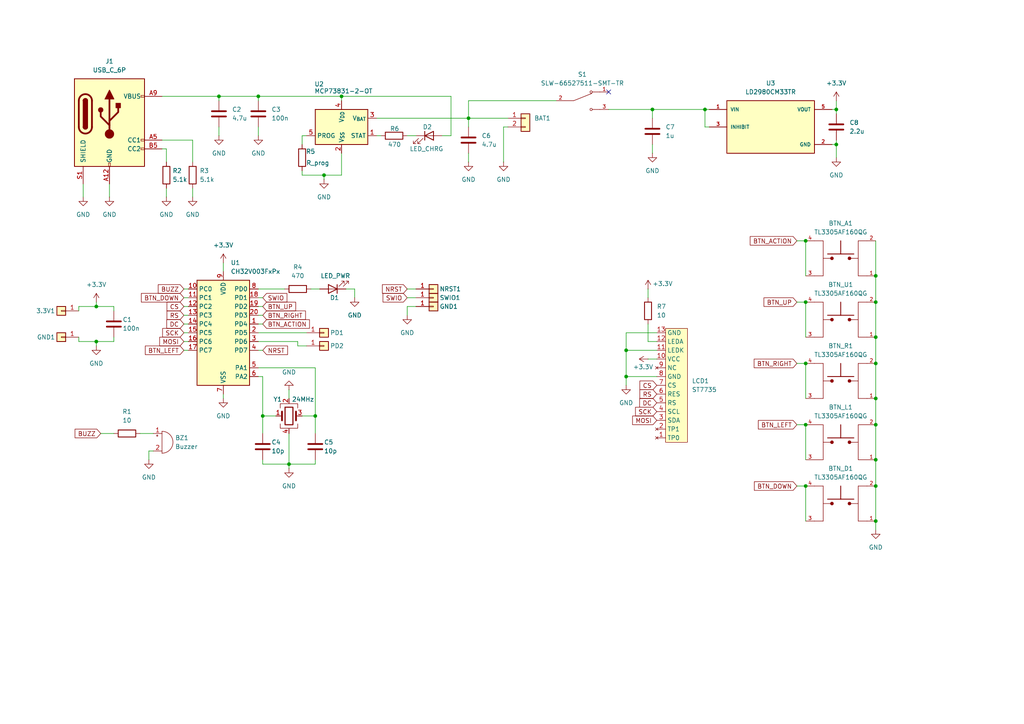
<source format=kicad_sch>
(kicad_sch (version 20250114) (generator "eeschema") (generator_version "9.0")
  (paper "A4")
  (lib_symbols
    (symbol "Battery_Management:MCP73831-2-OT"
      (property "Reference" "U" (at -7.62 6.35 0))
      (property "Value" "MCP73831-2-OT" (at 1.27 6.35 0))
      (symbol "MCP73831-2-OT_0_1"
        (rectangle (start -7.62 5.08) (end 7.62 -5.08) (stroke (width 0.254)) (fill (type background)))
      )
      (symbol "MCP73831-2-OT_1_1"
        (pin input line (at -10.16 -2.54 0) (length 2.54) (name "PROG") (number "5"))
        (pin power_in line (at 0 7.62 270) (length 2.54) (name "V_{DD}") (number "4"))
        (pin power_in line (at 0 -7.62 90) (length 2.54) (name "V_{SS}") (number "2"))
        (pin power_out line (at 10.16 2.54 180) (length 2.54) (name "V_{BAT}") (number "3"))
        (pin tri_state line (at 10.16 -2.54 180) (length 2.54) (name "STAT") (number "1"))
      )
    )
    (symbol "Connector:USB_C_Receptacle_PowerOnly_6P" (pin_names (offset 1.016))
      (property "Reference" "J" (at 0 16.51 0))
      (property "Value" "USB_C_Receptacle_PowerOnly_6P" (at 0 13.97 0))
      (symbol "USB_C_Receptacle_PowerOnly_6P_0_0"
        (rectangle (start -0.254 -12.7) (end 0.254 -11.684))
        (rectangle (start 10.16 7.874) (end 9.144 7.366))
        (rectangle (start 10.16 -4.826) (end 9.144 -5.334))
        (rectangle (start 10.16 -7.366) (end 9.144 -7.874))
      )
      (symbol "USB_C_Receptacle_PowerOnly_6P_0_1"
        (rectangle (start -10.16 12.7) (end 10.16 -12.7) (stroke (width 0.254)) (fill (type background)))
        (polyline (pts (xy -8.89 -1.27) (xy -8.89 6.35)) (stroke (width 0.508)))
        (rectangle (start -7.62 -1.27) (end -6.35 6.35) (stroke (width 0.254)) (fill (type outline)))
        (arc (start -7.62 6.35) (mid -6.985 6.9823) (end -6.35 6.35) (stroke (width 0.254)))
        (arc (start -7.62 6.35) (mid -6.985 6.9823) (end -6.35 6.35) (stroke (width 0.254)) (fill (type outline)))
        (arc (start -8.89 6.35) (mid -6.985 8.2467) (end -5.08 6.35) (stroke (width 0.508)))
        (arc (start -5.08 -1.27) (mid -6.985 -3.1667) (end -8.89 -1.27) (stroke (width 0.508)))
        (arc (start -6.35 -1.27) (mid -6.985 -1.9023) (end -7.62 -1.27) (stroke (width 0.254)))
        (arc (start -6.35 -1.27) (mid -6.985 -1.9023) (end -7.62 -1.27) (stroke (width 0.254)) (fill (type outline)))
        (polyline (pts (xy -5.08 6.35) (xy -5.08 -1.27)) (stroke (width 0.508)))
        (circle (center -2.54 3.683) (radius 0.635) (stroke (width 0.254)) (fill (type outline)))
        (polyline (pts (xy -1.27 6.858) (xy 0 9.398) (xy 1.27 6.858) (xy -1.27 6.858)) (stroke (width 0.254)) (fill (type outline)))
        (polyline (pts (xy 0 0.508) (xy 2.54 3.048) (xy 2.54 4.318)) (stroke (width 0.508)))
        (polyline (pts (xy 0 -0.762) (xy -2.54 1.778) (xy -2.54 3.048)) (stroke (width 0.508)))
        (polyline (pts (xy 0 -3.302) (xy 0 6.858)) (stroke (width 0.508)))
        (circle (center 0 -3.302) (radius 1.27) (fill (type outline)))
        (rectangle (start 1.905 4.318) (end 3.175 5.588) (stroke (width 0.254)) (fill (type outline)))
      )
      (symbol "USB_C_Receptacle_PowerOnly_6P_1_1"
        (pin passive line (at -7.62 -17.78 90) (length 5.08) (name "SHIELD") (number "S1"))
        (pin passive line (at 0 -17.78 90) (length 5.08) (name "GND") (number "A12"))
        (pin passive line (at 0 -17.78 90) (length 5.08) (hide yes) (name "GND") (number "B12"))
        (pin passive line (at 15.24 7.62 180) (length 5.08) (name "VBUS") (number "A9"))
        (pin passive line (at 15.24 7.62 180) (length 5.08) (hide yes) (name "VBUS") (number "B9"))
        (pin bidirectional line (at 15.24 -5.08 180) (length 5.08) (name "CC1") (number "A5"))
        (pin bidirectional line (at 15.24 -7.62 180) (length 5.08) (name "CC2") (number "B5"))
      )
    )
    (symbol "Connector_Generic:Conn_01x01" (pin_names (offset 1.016) (hide yes))
      (property "Reference" "J" (at 0 2.54 0))
      (property "Value" "Conn_01x01" (at 0 -2.54 0))
      (symbol "Conn_01x01_1_1"
        (rectangle (start -1.27 1.27) (end 1.27 -1.27) (stroke (width 0.254)) (fill (type background)))
        (rectangle (start -1.27 0.127) (end 0 -0.127) (stroke (width 0.1524)))
        (pin passive line (at -5.08 0 0) (length 3.81) (name "Pin_1") (number "1"))
      )
    )
    (symbol "Connector_Generic:Conn_01x02" (pin_names (offset 1.016) (hide yes))
      (property "Reference" "J" (at 0 2.54 0))
      (property "Value" "Conn_01x02" (at 0 -5.08 0))
      (symbol "Conn_01x02_1_1"
        (rectangle (start -1.27 1.27) (end 1.27 -3.81) (stroke (width 0.254)) (fill (type background)))
        (rectangle (start -1.27 0.127) (end 0 -0.127) (stroke (width 0.1524)))
        (rectangle (start -1.27 -2.413) (end 0 -2.667) (stroke (width 0.1524)))
        (pin passive line (at -5.08 0 0) (length 3.81) (name "Pin_1") (number "1"))
        (pin passive line (at -5.08 -2.54 0) (length 3.81) (name "Pin_2") (number "2"))
      )
    )
    (symbol "Device:Buzzer" (pin_names (offset 0.0254) (hide yes))
      (property "Reference" "BZ" (at 3.81 1.27 0))
      (property "Value" "Buzzer" (at 3.81 -1.27 0))
      (symbol "Buzzer_0_1"
        (polyline (pts (xy -1.651 1.905) (xy -1.143 1.905)))
        (polyline (pts (xy -1.397 2.159) (xy -1.397 1.651)))
        (arc (start 0 3.175) (mid 3.1612 0) (end 0 -3.175))
        (polyline (pts (xy 0 3.175) (xy 0 -3.175)))
      )
      (symbol "Buzzer_1_1"
        (pin passive line (at -2.54 2.54 0) (length 2.54) (name "+") (number "1"))
        (pin passive line (at -2.54 -2.54 0) (length 2.54) (name "-") (number "2"))
      )
    )
    (symbol "Device:C" (pin_numbers (hide yes)) (pin_names (offset 0.254))
      (property "Reference" "C" (at 0.635 2.54 0))
      (property "Value" "C" (at 0.635 -2.54 0))
      (symbol "C_0_1"
        (polyline (pts (xy -2.032 0.762) (xy 2.032 0.762)) (stroke (width 0.508)))
        (polyline (pts (xy -2.032 -0.762) (xy 2.032 -0.762)) (stroke (width 0.508)))
      )
      (symbol "C_1_1"
        (pin passive line (at 0 3.81 270) (length 2.794) (name "~") (number "1"))
        (pin passive line (at 0 -3.81 90) (length 2.794) (name "~") (number "2"))
      )
    )
    (symbol "Device:Crystal_GND24" (pin_names (offset 1.016) (hide yes))
      (property "Reference" "Y" (at 3.175 5.08 0))
      (property "Value" "Crystal_GND24" (at 3.175 3.175 0))
      (symbol "Crystal_GND24_0_1"
        (polyline (pts (xy -2.54 2.286) (xy -2.54 3.556) (xy 2.54 3.556) (xy 2.54 2.286)))
        (polyline (pts (xy -2.54 0) (xy -2.032 0)))
        (polyline (pts (xy -2.54 -2.286) (xy -2.54 -3.556) (xy 2.54 -3.556) (xy 2.54 -2.286)))
        (polyline (pts (xy -2.032 -1.27) (xy -2.032 1.27)) (stroke (width 0.508)))
        (rectangle (start -1.143 2.54) (end 1.143 -2.54) (stroke (width 0.3048)))
        (polyline (pts (xy 0 3.556) (xy 0 3.81)))
        (polyline (pts (xy 0 -3.81) (xy 0 -3.556)))
        (polyline (pts (xy 2.032 0) (xy 2.54 0)))
        (polyline (pts (xy 2.032 -1.27) (xy 2.032 1.27)) (stroke (width 0.508)))
      )
      (symbol "Crystal_GND24_1_1"
        (pin passive line (at -3.81 0 0) (length 1.27) (name "1") (number "1"))
        (pin passive line (at 0 5.08 270) (length 1.27) (name "2") (number "2"))
        (pin passive line (at 0 -5.08 90) (length 1.27) (name "4") (number "4"))
        (pin passive line (at 3.81 0 180) (length 1.27) (name "3") (number "3"))
      )
    )
    (symbol "Device:LED" (pin_numbers (hide yes)) (pin_names (offset 1.016) (hide yes))
      (property "Reference" "D" (at 0 2.54 0))
      (property "Value" "LED" (at 0 -2.54 0))
      (symbol "LED_0_1"
        (polyline (pts (xy -3.048 -0.762) (xy -4.572 -2.286) (xy -3.81 -2.286) (xy -4.572 -2.286) (xy -4.572 -1.524)))
        (polyline (pts (xy -1.778 -0.762) (xy -3.302 -2.286) (xy -2.54 -2.286) (xy -3.302 -2.286) (xy -3.302 -1.524)))
        (polyline (pts (xy -1.27 0) (xy 1.27 0)))
        (polyline (pts (xy -1.27 -1.27) (xy -1.27 1.27)) (stroke (width 0.254)))
        (polyline (pts (xy 1.27 -1.27) (xy 1.27 1.27) (xy -1.27 0) (xy 1.27 -1.27)) (stroke (width 0.254)))
      )
      (symbol "LED_1_1"
        (pin passive line (at -3.81 0 0) (length 2.54) (name "K") (number "1"))
        (pin passive line (at 3.81 0 180) (length 2.54) (name "A") (number "2"))
      )
    )
    (symbol "Device:R" (pin_numbers (hide yes)) (pin_names (offset 0))
      (property "Reference" "R" (at 2.032 0 90))
      (property "Value" "R" (at 0 0 90))
      (symbol "R_0_1"
        (rectangle (start -1.016 -2.54) (end 1.016 2.54) (stroke (width 0.254)))
      )
      (symbol "R_1_1"
        (pin passive line (at 0 3.81 270) (length 1.27) (name "~") (number "1"))
        (pin passive line (at 0 -3.81 90) (length 1.27) (name "~") (number "2"))
      )
    )
    (symbol "LD2980CM33TR:LD2980CM33TR" (pin_names (offset 1.016))
      (property "Reference" "U" (at -12.446 8.382 0))
      (property "Value" "LD2980CM33TR" (at -12.7 -10.16 0))
      (symbol "LD2980CM33TR_0_0"
        (rectangle (start -12.7 -7.62) (end 12.7 7.62) (stroke (width 0.254)) (fill (type background)))
        (pin input line (at -17.78 5.08 0) (length 5.08) (name "VIN") (number "1"))
        (pin input line (at -17.78 0 0) (length 5.08) (name "INHIBIT") (number "3"))
        (pin output line (at 17.78 5.08 180) (length 5.08) (name "VOUT") (number "5"))
        (pin power_in line (at 17.78 -5.08 180) (length 5.08) (name "GND") (number "2"))
      )
    )
    (symbol "MCU_WCH_RiscV:CH32V003FxPx"
      (property "Reference" "U" (at -7.62 17.78 0))
      (property "Value" "CH32V003FxPx" (at 7.62 17.78 0))
      (symbol "CH32V003FxPx_1_1"
        (rectangle (start -7.62 15.24) (end 7.62 -15.24) (stroke (width 0.254)) (fill (type background)))
        (pin bidirectional line (at -10.16 12.7 0) (length 2.54) (name "PC0") (number "10"))
        (pin bidirectional line (at -10.16 10.16 0) (length 2.54) (name "PC1") (number "11"))
        (pin bidirectional line (at -10.16 7.62 0) (length 2.54) (name "PC2") (number "12"))
        (pin bidirectional line (at -10.16 5.08 0) (length 2.54) (name "PC3") (number "13"))
        (pin bidirectional line (at -10.16 2.54 0) (length 2.54) (name "PC4") (number "14"))
        (pin bidirectional line (at -10.16 0 0) (length 2.54) (name "PC5") (number "15"))
        (pin bidirectional line (at -10.16 -2.54 0) (length 2.54) (name "PC6") (number "16"))
        (pin bidirectional line (at -10.16 -5.08 0) (length 2.54) (name "PC7") (number "17"))
        (pin power_in line (at 0 17.78 270) (length 2.54) (name "VDD") (number "9"))
        (pin power_in line (at 0 -17.78 90) (length 2.54) (name "VSS") (number "7"))
        (pin bidirectional line (at 10.16 12.7 180) (length 2.54) (name "PD0") (number "8"))
        (pin bidirectional line (at 10.16 10.16 180) (length 2.54) (name "PD1") (number "18"))
        (pin bidirectional line (at 10.16 7.62 180) (length 2.54) (name "PD2") (number "19"))
        (pin bidirectional line (at 10.16 5.08 180) (length 2.54) (name "PD3") (number "20"))
        (pin bidirectional line (at 10.16 2.54 180) (length 2.54) (name "PD4") (number "1"))
        (pin bidirectional line (at 10.16 0 180) (length 2.54) (name "PD5") (number "2"))
        (pin bidirectional line (at 10.16 -2.54 180) (length 2.54) (name "PD6") (number "3"))
        (pin bidirectional line (at 10.16 -5.08 180) (length 2.54) (name "PD7") (number "4"))
        (pin bidirectional line (at 10.16 -10.16 180) (length 2.54) (name "PA1") (number "5"))
        (pin bidirectional line (at 10.16 -12.7 180) (length 2.54) (name "PA2") (number "6"))
      )
    )
    (symbol "SLW-66527511-SMT-TR:SLW-66527511-SMT-TR" (pin_names (offset 1.016))
      (property "Reference" "S" (at -2.54 5.08 0))
      (property "Value" "SLW-66527511-SMT-TR" (at -2.54 -5.08 0))
      (symbol "SLW-66527511-SMT-TR_0_0"
        (polyline (pts (xy -2.54 0) (xy -5.08 0)) (stroke (width 0.1524)))
        (polyline (pts (xy -2.54 0) (xy 2.794 2.1336)) (stroke (width 0.1524)))
        (circle (center 2.54 2.54) (radius 0.3302) (stroke (width 0.1524)))
        (circle (center 2.54 -2.54) (radius 0.3302) (stroke (width 0.1524)))
        (polyline (pts (xy 5.08 2.54) (xy 2.921 2.54)) (stroke (width 0.1524)))
        (polyline (pts (xy 5.08 -2.54) (xy 2.921 -2.54)) (stroke (width 0.1524)))
        (pin passive line (at -7.62 0 0) (length 2.54) (name "~") (number "2"))
        (pin passive line (at 7.62 2.54 180) (length 2.54) (name "~") (number "1"))
        (pin passive line (at 7.62 -2.54 180) (length 2.54) (name "~") (number "3"))
      )
    )
    (symbol "TL3305AF160QG:TL3305AF160QG" (pin_names (offset 1.016))
      (property "Reference" "S" (at -5.08 8.89 0))
      (property "Value" "TL3305AF160QG" (at -5.08 -7.62 0))
      (symbol "TL3305AF160QG_0_0"
        (polyline (pts (xy -7.62 5.08) (xy -5.08 5.08)) (stroke (width 0.1524)))
        (polyline (pts (xy -7.62 -5.08) (xy -5.08 -5.08)) (stroke (width 0.1524)))
        (polyline (pts (xy -5.08 5.08) (xy -5.08 0)) (stroke (width 0.1524)))
        (polyline (pts (xy -5.08 0) (xy -2.54 0)) (stroke (width 0.1524)))
        (polyline (pts (xy -5.08 -5.08) (xy -5.08 0)) (stroke (width 0.1524)))
        (polyline (pts (xy -3.81 1.27) (xy 0 1.27)) (stroke (width 0.254)))
        (circle (center -2.54 0) (radius 0.254) (stroke (width 0.508)))
        (polyline (pts (xy 0 1.27) (xy 0 5.08)) (stroke (width 0.254)))
        (polyline (pts (xy 0 1.27) (xy 3.81 1.27)) (stroke (width 0.254)))
        (circle (center 2.54 0) (radius 0.254) (stroke (width 0.508)))
        (polyline (pts (xy 5.08 5.08) (xy 7.62 5.08)) (stroke (width 0.1524)))
        (polyline (pts (xy 5.08 0) (xy 2.54 0)) (stroke (width 0.1524)))
        (polyline (pts (xy 5.08 0) (xy 5.08 5.08)) (stroke (width 0.1524)))
        (polyline (pts (xy 5.08 -5.08) (xy 5.08 0)) (stroke (width 0.1524)))
        (polyline (pts (xy 7.62 -5.08) (xy 5.08 -5.08)) (stroke (width 0.1524)))
        (pin passive line (at -10.16 5.08 0) (length 2.54) (name "~") (number "4"))
        (pin passive line (at -10.16 -5.08 0) (length 2.54) (name "~") (number "3"))
        (pin passive line (at 10.16 5.08 180) (length 2.54) (name "~") (number "2"))
        (pin passive line (at 10.16 -5.08 180) (length 2.54) (name "~") (number "1"))
      )
    )
    (symbol "power:+3.3V" (power) (pin_numbers (hide yes)) (pin_names (offset 0) (hide yes))
      (property "Value" "+3.3V" (at 0 3.556 0))
      (symbol "+3.3V_0_1"
        (polyline (pts (xy -0.762 1.27) (xy 0 2.54)))
        (polyline (pts (xy 0 2.54) (xy 0.762 1.27)))
        (polyline (pts (xy 0 0) (xy 0 2.54)))
      )
      (symbol "+3.3V_1_1"
        (pin power_in line (at 0 0 90) (length 0) (name "~") (number "1"))
      )
    )
    (symbol "power:GND" (power) (pin_numbers (hide yes)) (pin_names (offset 0) (hide yes))
      (property "Value" "GND" (at 0 -3.81 0))
      (symbol "GND_0_1"
        (polyline (pts (xy 0 0) (xy 0 -1.27) (xy 1.27 -1.27) (xy 0 -2.54) (xy -1.27 -1.27) (xy 0 -1.27)))
      )
      (symbol "GND_1_1"
        (pin power_in line (at 0 0 270) (length 0) (name "~") (number "1"))
      )
    )
    (symbol "st7735:st7735"
      (property "Reference" "LCD" (at 5.334 -6.604 0))
      (symbol "st7735_1_1"
        (rectangle (start 2.54 -8.89) (end 8.89 -41.91) (fill (type background)))
        (pin power_in line (at 0 -10.16 0) (length 2.54) (name "GND") (number "13"))
        (pin input line (at 0 -12.7 0) (length 2.54) (name "LEDA") (number "12"))
        (pin input line (at 0 -15.24 0) (length 2.54) (name "LEDK") (number "11"))
        (pin power_in line (at 0 -17.78 0) (length 2.54) (name "VCC") (number "10"))
        (pin no_connect line (at 0 -20.32 0) (length 2.54) (name "NC") (number "9"))
        (pin input line (at 0 -22.86 0) (length 2.54) (name "GND") (number "8"))
        (pin input line (at 0 -25.4 0) (length 2.54) (name "CS") (number "7"))
        (pin input line (at 0 -27.94 0) (length 2.54) (name "RES") (number "6"))
        (pin input line (at 0 -30.48 0) (length 2.54) (name "RS") (number "5"))
        (pin input line (at 0 -33.02 0) (length 2.54) (name "SCL") (number "4"))
        (pin input line (at 0 -35.56 0) (length 2.54) (name "SDA") (number "3"))
        (pin no_connect line (at 0 -38.1 0) (length 2.54) (name "TP1") (number "2"))
        (pin no_connect line (at 0 -40.64 0) (length 2.54) (name "TP0") (number "1"))
      )
    )
  )
  (junction (at 254 87.63))
  (junction (at 27.94 99.06))
  (junction (at 254 123.19))
  (junction (at 91.44 120.65))
  (junction (at 76.2 120.65))
  (junction (at 189.23 31.75))
  (junction (at 99.06 27.94))
  (junction (at 254 140.97))
  (junction (at 83.82 134.62))
  (junction (at 181.61 109.22))
  (junction (at 233.68 123.19))
  (junction (at 204.47 31.75))
  (junction (at 181.61 101.6))
  (junction (at 233.68 140.97))
  (junction (at 254 151.13))
  (junction (at 93.98 50.8))
  (junction (at 74.93 27.94))
  (junction (at 254 133.35))
  (junction (at 254 97.79))
  (junction (at 233.68 69.85))
  (junction (at 135.89 34.29))
  (junction (at 242.57 31.75))
  (junction (at 233.68 87.63))
  (junction (at 254 105.41))
  (junction (at 233.68 105.41))
  (junction (at 254 115.57))
  (junction (at 254 80.01))
  (junction (at 242.57 41.91))
  (junction (at 63.5 27.94))
  (junction (at 27.94 88.9))
  (no_connect (at 176.53 26.67))
  (wire (pts (xy 181.61 101.6) (xy 181.61 96.52)))
  (wire (pts (xy 74.93 27.94) (xy 99.06 27.94)))
  (wire (pts (xy 189.23 34.29) (xy 189.23 31.75)))
  (wire (pts (xy 44.45 130.81) (xy 43.18 130.81)))
  (wire (pts (xy 53.34 96.52) (xy 54.61 96.52)))
  (wire (pts (xy 242.57 31.75) (xy 242.57 33.02)))
  (wire (pts (xy 99.06 27.94) (xy 99.06 29.21)))
  (wire (pts (xy 27.94 100.33) (xy 27.94 99.06)))
  (wire (pts (xy 83.82 113.03) (xy 83.82 115.57)))
  (wire (pts (xy 93.98 50.8) (xy 99.06 50.8)))
  (wire (pts (xy 242.57 29.21) (xy 242.57 31.75)))
  (wire (pts (xy 48.26 43.18) (xy 48.26 46.99)))
  (wire (pts (xy 187.96 99.06) (xy 187.96 93.98)))
  (wire (pts (xy 74.93 36.83) (xy 74.93 39.37)))
  (wire (pts (xy 76.2 109.22) (xy 76.2 120.65)))
  (wire (pts (xy 53.34 83.82) (xy 54.61 83.82)))
  (wire (pts (xy 254 69.85) (xy 254 80.01)))
  (wire (pts (xy 91.44 106.68) (xy 91.44 120.65)))
  (wire (pts (xy 118.11 91.44) (xy 118.11 88.9)))
  (wire (pts (xy 118.11 86.36) (xy 120.65 86.36)))
  (wire (pts (xy 76.2 88.9) (xy 74.93 88.9)))
  (wire (pts (xy 231.14 87.63) (xy 233.68 87.63)))
  (wire (pts (xy 118.11 39.37) (xy 120.65 39.37)))
  (wire (pts (xy 242.57 40.64) (xy 242.57 41.91)))
  (wire (pts (xy 231.14 123.19) (xy 233.68 123.19)))
  (wire (pts (xy 74.93 86.36) (xy 76.2 86.36)))
  (wire (pts (xy 118.11 83.82) (xy 120.65 83.82)))
  (wire (pts (xy 27.94 88.9) (xy 27.94 87.63)))
  (wire (pts (xy 254 133.35) (xy 254 140.97)))
  (wire (pts (xy 83.82 125.73) (xy 83.82 134.62)))
  (wire (pts (xy 189.23 44.45) (xy 189.23 41.91)))
  (wire (pts (xy 64.77 114.3) (xy 64.77 115.57)))
  (wire (pts (xy 187.96 104.14) (xy 190.5 104.14)))
  (wire (pts (xy 254 123.19) (xy 254 133.35)))
  (wire (pts (xy 74.93 27.94) (xy 74.93 29.21)))
  (wire (pts (xy 135.89 44.45) (xy 135.89 46.99)))
  (wire (pts (xy 233.68 123.19) (xy 233.68 133.35)))
  (wire (pts (xy 181.61 109.22) (xy 190.5 109.22)))
  (wire (pts (xy 204.47 31.75) (xy 189.23 31.75)))
  (wire (pts (xy 76.2 93.98) (xy 74.93 93.98)))
  (wire (pts (xy 76.2 133.35) (xy 76.2 134.62)))
  (wire (pts (xy 63.5 27.94) (xy 74.93 27.94)))
  (wire (pts (xy 205.74 31.75) (xy 204.47 31.75)))
  (wire (pts (xy 55.88 54.61) (xy 55.88 57.15)))
  (wire (pts (xy 242.57 41.91) (xy 242.57 45.72)))
  (wire (pts (xy 90.17 83.82) (xy 92.71 83.82)))
  (wire (pts (xy 231.14 69.85) (xy 233.68 69.85)))
  (wire (pts (xy 254 115.57) (xy 254 123.19)))
  (wire (pts (xy 48.26 54.61) (xy 48.26 57.15)))
  (wire (pts (xy 83.82 134.62) (xy 91.44 134.62)))
  (wire (pts (xy 74.93 96.52) (xy 88.9 96.52)))
  (wire (pts (xy 53.34 99.06) (xy 54.61 99.06)))
  (wire (pts (xy 33.02 88.9) (xy 33.02 90.17)))
  (wire (pts (xy 109.22 34.29) (xy 135.89 34.29)))
  (wire (pts (xy 22.86 88.9) (xy 27.94 88.9)))
  (wire (pts (xy 74.93 109.22) (xy 76.2 109.22)))
  (wire (pts (xy 254 151.13) (xy 254 153.67)))
  (wire (pts (xy 233.68 69.85) (xy 233.68 80.01)))
  (wire (pts (xy 87.63 41.91) (xy 87.63 39.37)))
  (wire (pts (xy 254 105.41) (xy 254 115.57)))
  (wire (pts (xy 53.34 93.98) (xy 54.61 93.98)))
  (wire (pts (xy 204.47 36.83) (xy 204.47 31.75)))
  (wire (pts (xy 135.89 29.21) (xy 161.29 29.21)))
  (wire (pts (xy 135.89 34.29) (xy 135.89 36.83)))
  (wire (pts (xy 87.63 50.8) (xy 87.63 49.53)))
  (wire (pts (xy 63.5 36.83) (xy 63.5 39.37)))
  (wire (pts (xy 231.14 105.41) (xy 233.68 105.41)))
  (wire (pts (xy 22.86 90.17) (xy 22.86 88.9)))
  (wire (pts (xy 31.75 53.34) (xy 31.75 57.15)))
  (wire (pts (xy 187.96 83.82) (xy 187.96 86.36)))
  (wire (pts (xy 46.99 40.64) (xy 55.88 40.64)))
  (wire (pts (xy 27.94 88.9) (xy 33.02 88.9)))
  (wire (pts (xy 24.13 53.34) (xy 24.13 57.15)))
  (wire (pts (xy 181.61 109.22) (xy 181.61 101.6)))
  (wire (pts (xy 189.23 31.75) (xy 176.53 31.75)))
  (wire (pts (xy 53.34 88.9) (xy 54.61 88.9)))
  (wire (pts (xy 46.99 43.18) (xy 48.26 43.18)))
  (wire (pts (xy 53.34 91.44) (xy 54.61 91.44)))
  (wire (pts (xy 74.93 101.6) (xy 76.2 101.6)))
  (wire (pts (xy 100.33 83.82) (xy 102.87 83.82)))
  (wire (pts (xy 102.87 83.82) (xy 102.87 86.36)))
  (wire (pts (xy 233.68 140.97) (xy 233.68 151.13)))
  (wire (pts (xy 33.02 99.06) (xy 33.02 97.79)))
  (wire (pts (xy 93.98 50.8) (xy 87.63 50.8)))
  (wire (pts (xy 135.89 34.29) (xy 135.89 29.21)))
  (wire (pts (xy 29.21 125.73) (xy 33.02 125.73)))
  (wire (pts (xy 74.93 106.68) (xy 91.44 106.68)))
  (wire (pts (xy 74.93 99.06) (xy 86.36 99.06)))
  (wire (pts (xy 241.3 41.91) (xy 242.57 41.91)))
  (wire (pts (xy 93.98 50.8) (xy 93.98 52.07)))
  (wire (pts (xy 55.88 40.64) (xy 55.88 46.99)))
  (wire (pts (xy 83.82 134.62) (xy 83.82 135.89)))
  (wire (pts (xy 46.99 27.94) (xy 63.5 27.94)))
  (wire (pts (xy 146.05 46.99) (xy 146.05 36.83)))
  (wire (pts (xy 87.63 120.65) (xy 91.44 120.65)))
  (wire (pts (xy 181.61 96.52) (xy 190.5 96.52)))
  (wire (pts (xy 233.68 87.63) (xy 233.68 97.79)))
  (wire (pts (xy 91.44 133.35) (xy 91.44 134.62)))
  (wire (pts (xy 233.68 105.41) (xy 233.68 115.57)))
  (wire (pts (xy 86.36 99.06) (xy 86.36 100.33)))
  (wire (pts (xy 74.93 83.82) (xy 82.55 83.82)))
  (wire (pts (xy 254 140.97) (xy 254 151.13)))
  (wire (pts (xy 135.89 34.29) (xy 147.32 34.29)))
  (wire (pts (xy 99.06 44.45) (xy 99.06 50.8)))
  (wire (pts (xy 254 80.01) (xy 254 87.63)))
  (wire (pts (xy 99.06 27.94) (xy 130.81 27.94)))
  (wire (pts (xy 53.34 101.6) (xy 54.61 101.6)))
  (wire (pts (xy 76.2 120.65) (xy 76.2 125.73)))
  (wire (pts (xy 27.94 99.06) (xy 22.86 99.06)))
  (wire (pts (xy 118.11 88.9) (xy 120.65 88.9)))
  (wire (pts (xy 63.5 27.94) (xy 63.5 29.21)))
  (wire (pts (xy 109.22 39.37) (xy 110.49 39.37)))
  (wire (pts (xy 130.81 39.37) (xy 128.27 39.37)))
  (wire (pts (xy 76.2 91.44) (xy 74.93 91.44)))
  (wire (pts (xy 241.3 31.75) (xy 242.57 31.75)))
  (wire (pts (xy 190.5 99.06) (xy 187.96 99.06)))
  (wire (pts (xy 254 87.63) (xy 254 97.79)))
  (wire (pts (xy 231.14 140.97) (xy 233.68 140.97)))
  (wire (pts (xy 254 97.79) (xy 254 105.41)))
  (wire (pts (xy 86.36 100.33) (xy 88.9 100.33)))
  (wire (pts (xy 87.63 39.37) (xy 88.9 39.37)))
  (wire (pts (xy 43.18 130.81) (xy 43.18 133.35)))
  (wire (pts (xy 181.61 101.6) (xy 190.5 101.6)))
  (wire (pts (xy 130.81 27.94) (xy 130.81 39.37)))
  (wire (pts (xy 76.2 120.65) (xy 80.01 120.65)))
  (wire (pts (xy 91.44 120.65) (xy 91.44 125.73)))
  (wire (pts (xy 22.86 97.79) (xy 22.86 99.06)))
  (wire (pts (xy 205.74 36.83) (xy 204.47 36.83)))
  (wire (pts (xy 64.77 76.2) (xy 64.77 78.74)))
  (wire (pts (xy 146.05 36.83) (xy 147.32 36.83)))
  (wire (pts (xy 53.34 86.36) (xy 54.61 86.36)))
  (wire (pts (xy 27.94 99.06) (xy 33.02 99.06)))
  (wire (pts (xy 76.2 134.62) (xy 83.82 134.62)))
  (wire (pts (xy 181.61 111.76) (xy 181.61 109.22)))
  (wire (pts (xy 40.64 125.73) (xy 44.45 125.73)))
  (global_label "CS" (shape input) (at 53.34 88.9 180) (property "Intersheetrefs" "${INTERSHEET_REFS}" (effects (hide yes))))
  (global_label "BTN_LEFT" (shape input) (at 231.14 123.19 180) (property "Intersheetrefs" "${INTERSHEET_REFS}" (effects (hide yes))))
  (global_label "NRST" (shape input) (at 118.11 83.82 180) (property "Intersheetrefs" "${INTERSHEET_REFS}" (effects (hide yes))))
  (global_label "CS" (shape input) (at 190.5 111.76 180) (property "Intersheetrefs" "${INTERSHEET_REFS}" (effects (hide yes))))
  (global_label "BTN_UP" (shape input) (at 231.14 87.63 180) (property "Intersheetrefs" "${INTERSHEET_REFS}" (effects (hide yes))))
  (global_label "BTN_LEFT" (shape input) (at 53.34 101.6 180) (property "Intersheetrefs" "${INTERSHEET_REFS}" (effects (hide yes))))
  (global_label "DC" (shape input) (at 53.34 93.98 180) (property "Intersheetrefs" "${INTERSHEET_REFS}" (effects (hide yes))))
  (global_label "RS" (shape input) (at 190.5 114.3 180) (property "Intersheetrefs" "${INTERSHEET_REFS}" (effects (hide yes))))
  (global_label "BTN_RIGHT" (shape input) (at 231.14 105.41 180) (property "Intersheetrefs" "${INTERSHEET_REFS}" (effects (hide yes))))
  (global_label "BTN_DOWN" (shape input) (at 53.34 86.36 180) (property "Intersheetrefs" "${INTERSHEET_REFS}" (effects (hide yes))))
  (global_label "BTN_ACTION" (shape input) (at 231.14 69.85 180) (property "Intersheetrefs" "${INTERSHEET_REFS}" (effects (hide yes))))
  (global_label "BTN_UP" (shape input) (at 76.2 88.9 0) (property "Intersheetrefs" "${INTERSHEET_REFS}" (effects (hide yes))))
  (global_label "BUZZ" (shape input) (at 53.34 83.82 180) (property "Intersheetrefs" "${INTERSHEET_REFS}" (effects (hide yes))))
  (global_label "BTN_RIGHT" (shape input) (at 76.2 91.44 0) (property "Intersheetrefs" "${INTERSHEET_REFS}" (effects (hide yes))))
  (global_label "MOSI" (shape input) (at 190.5 121.92 180) (property "Intersheetrefs" "${INTERSHEET_REFS}" (effects (hide yes))))
  (global_label "NRST" (shape input) (at 76.2 101.6 0) (property "Intersheetrefs" "${INTERSHEET_REFS}" (effects (hide yes))))
  (global_label "MOSI" (shape input) (at 53.34 99.06 180) (property "Intersheetrefs" "${INTERSHEET_REFS}" (effects (hide yes))))
  (global_label "RS" (shape input) (at 53.34 91.44 180) (property "Intersheetrefs" "${INTERSHEET_REFS}" (effects (hide yes))))
  (global_label "SWIO" (shape input) (at 76.2 86.36 0) (property "Intersheetrefs" "${INTERSHEET_REFS}" (effects (hide yes))))
  (global_label "SCK" (shape input) (at 53.34 96.52 180) (property "Intersheetrefs" "${INTERSHEET_REFS}" (effects (hide yes))))
  (global_label "BTN_ACTION" (shape input) (at 76.2 93.98 0) (property "Intersheetrefs" "${INTERSHEET_REFS}" (effects (hide yes))))
  (global_label "BUZZ" (shape input) (at 29.21 125.73 180) (property "Intersheetrefs" "${INTERSHEET_REFS}" (effects (hide yes))))
  (global_label "SCK" (shape input) (at 190.5 119.38 180) (property "Intersheetrefs" "${INTERSHEET_REFS}" (effects (hide yes))))
  (global_label "DC" (shape input) (at 190.5 116.84 180) (property "Intersheetrefs" "${INTERSHEET_REFS}" (effects (hide yes))))
  (global_label "BTN_DOWN" (shape input) (at 231.14 140.97 180) (property "Intersheetrefs" "${INTERSHEET_REFS}" (effects (hide yes))))
  (global_label "SWIO" (shape input) (at 118.11 86.36 180) (property "Intersheetrefs" "${INTERSHEET_REFS}" (effects (hide yes))))
  (symbol (lib_id "Connector_Generic:Conn_01x01") (at 17.78 90.17 180) (unit 1)
    (property "Reference" "3.3V1" (at 16.002 90.17 0) (effects (justify left)))
    (property "Value" "Conn_01x01" (effects (hide yes)))
    (property "Footprint" "TestPoint:TestPoint_Pad_1.0x1.0mm" (effects (hide yes)))
    (property "Description" "Generic connector, single row, 01x01, script generated (kicad-library-utils/schlib/autogen/connector/)" (effects (hide yes)))
  )
  (symbol (lib_id "power:GND") (at 31.75 57.15 0) (unit 1)
    (property "Reference" "#PWR04" (effects (hide yes)))
    (property "Value" "GND" (at 31.75 62.23 0))
    (property "Description" "Power symbol creates a global label with name \"GND\" , ground" (effects (hide yes)))
  )
  (symbol (lib_id "Device:R") (at 187.96 90.17 0) (unit 1)
    (property "Reference" "R7" (at 190.5 88.8999 0) (effects (justify left)))
    (property "Value" "10" (at 190.5 91.4399 0) (effects (justify left)))
    (property "Footprint" "Resistor_SMD:R_0603_1608Metric" (effects (hide yes)))
    (property "Description" "Resistor" (effects (hide yes)))
  )
  (symbol (lib_id "Connector:USB_C_Receptacle_PowerOnly_6P") (at 31.75 35.56 0) (unit 1)
    (property "Reference" "J1" (at 31.75 17.78 0))
    (property "Value" "USB_C_6P" (at 31.75 20.32 0))
    (property "Footprint" "Connector_USB:USB_C_Receptacle_GCT_USB4125-xx-x-0190_6P_TopMnt_Horizontal" (effects (hide yes)))
    (property "Datasheet" "https://www.usb.org/sites/default/files/documents/usb_type-c.zip" (effects (hide yes)))
    (property "Description" "USB Power-Only 6P Type-C Receptacle connector" (effects (hide yes)))
  )
  (symbol (lib_id "TL3305AF160QG:TL3305AF160QG") (at 243.84 92.71 0) (unit 1)
    (property "Reference" "BTN_U1" (at 243.84 82.55 0))
    (property "Value" "TL3305AF160QG" (at 243.84 85.09 0))
    (property "Footprint" "footprints:SW_TL3305AF160QG" (effects (hide yes)))
    (property "MF" "E-Switch" (effects (hide yes)))
    (property "MAXIMUM_PACKAGE_HEIGHT" "3.8 mm" (effects (hide yes)))
    (property "Package" "None" (effects (hide yes)))
    (property "Price" "None" (effects (hide yes)))
    (property "Check_prices" "https://www.snapeda.com/parts/TL3305AF160QG/E-Switch/view-part/?ref=eda" (effects (hide yes)))
    (property "STANDARD" "Manufacturer Recommendations" (effects (hide yes)))
    (property "PARTREV" "C" (effects (hide yes)))
    (property "SnapEDA_Link" "https://www.snapeda.com/parts/TL3305AF160QG/E-Switch/view-part/?ref=snap" (effects (hide yes)))
    (property "MP" "TL3305AF160QG" (effects (hide yes)))
    (property "Description_1" "Tactile Switch SPST-NO Top Actuated Surface Mount" (effects (hide yes)))
    (property "MANUFACTURER" "E-Switch" (effects (hide yes)))
    (property "Availability" "In Stock" (effects (hide yes)))
    (property "SNAPEDA_PN" "TL3305AF160QG" (effects (hide yes)))
  )
  (symbol (lib_id "power:+3.3V") (at 242.57 29.21 0) (unit 1)
    (property "Reference" "#PWR023" (effects (hide yes)))
    (property "Value" "+3.3V" (at 242.57 24.13 0))
    (property "Description" "Power symbol creates a global label with name \"+3.3V\"" (effects (hide yes)))
  )
  (symbol (lib_id "power:GND") (at 254 153.67 0) (unit 1)
    (property "Reference" "#PWR025" (effects (hide yes)))
    (property "Value" "GND" (at 254 158.75 0))
    (property "Description" "Power symbol creates a global label with name \"GND\" , ground" (effects (hide yes)))
  )
  (symbol (lib_id "Device:C") (at 33.02 93.98 0) (unit 1)
    (property "Reference" "C1" (at 35.56 92.71 0) (effects (justify left)))
    (property "Value" "100n" (at 35.56 95.25 0) (effects (justify left)))
    (property "Footprint" "Capacitor_SMD:C_0603_1608Metric" (effects (hide yes)))
    (property "Description" "Unpolarized capacitor" (effects (hide yes)))
  )
  (symbol (lib_id "Device:LED") (at 96.52 83.82 180) (unit 1)
    (property "Reference" "D1" (at 97.028 86.36 0))
    (property "Value" "LED_PWR" (at 97.282 80.01 0))
    (property "Footprint" "LED_SMD:LED_0603_1608Metric_Pad1.05x0.95mm_HandSolder" (effects (hide yes)))
    (property "Description" "Light emitting diode" (effects (hide yes)))
    (property "Sim.Pins" "1=K 2=A" (effects (hide yes)))
  )
  (symbol (lib_id "power:GND") (at 93.98 52.07 0) (unit 1)
    (property "Reference" "#PWR014" (effects (hide yes)))
    (property "Value" "GND" (at 93.98 57.15 0))
    (property "Description" "Power symbol creates a global label with name \"GND\" , ground" (effects (hide yes)))
  )
  (symbol (lib_id "power:+3.3V") (at 27.94 87.63 0) (unit 1)
    (property "Reference" "#PWR02" (effects (hide yes)))
    (property "Value" "+3.3V" (at 27.94 82.55 0))
    (property "Description" "Power symbol creates a global label with name \"+3.3V\"" (effects (hide yes)))
  )
  (symbol (lib_id "LD2980CM33TR:LD2980CM33TR") (at 223.52 36.83 0) (unit 1)
    (property "Reference" "U3" (at 223.52 24.13 0))
    (property "Value" "LD2980CM33TR" (at 223.52 26.67 0))
    (property "Footprint" "footprints:SOT95P280X145-5N" (effects (hide yes)))
    (property "MF" "STMicroelectronics" (effects (hide yes)))
    (property "Description_1" "Linear Voltage Regulator IC Positive Fixed 1 Output  50mA SOT-23-5" (effects (hide yes)))
    (property "Package" "SOT-23-5 STMicroelectronics" (effects (hide yes)))
    (property "Price" "None" (effects (hide yes)))
    (property "STANDARD" "IPC-7351B" (effects (hide yes)))
    (property "PARTREV" "20" (effects (hide yes)))
    (property "SnapEDA_Link" "https://www.snapeda.com/parts/LD2980CM33TR/STMicroelectronics/view-part/?ref=snap" (effects (hide yes)))
    (property "MP" "LD2980CM33TR" (effects (hide yes)))
    (property "Availability" "In Stock" (effects (hide yes)))
    (property "Check_prices" "https://www.snapeda.com/parts/LD2980CM33TR/STMicroelectronics/view-part/?ref=eda" (effects (hide yes)))
  )
  (symbol (lib_id "Device:C") (at 91.44 129.54 0) (unit 1)
    (property "Reference" "C5" (at 93.98 128.27 0) (effects (justify left)))
    (property "Value" "10p" (at 93.98 130.81 0) (effects (justify left)))
    (property "Footprint" "Capacitor_SMD:C_0603_1608Metric" (effects (hide yes)))
    (property "Description" "Unpolarized capacitor" (effects (hide yes)))
  )
  (symbol (lib_id "st7735:st7735") (at 190.5 86.36 0) (unit 1)
    (property "Reference" "LCD1" (at 200.66 110.4899 0) (effects (justify left)))
    (property "Value" "ST7735" (at 200.66 113.0299 0) (effects (justify left)))
    (property "Footprint" "st7735:st7735_footprintv1" (effects (hide yes)))
  )
  (symbol (lib_id "TL3305AF160QG:TL3305AF160QG") (at 243.84 128.27 0) (unit 1)
    (property "Reference" "BTN_L1" (at 243.84 118.11 0))
    (property "Value" "TL3305AF160QG" (at 243.84 120.65 0))
    (property "Footprint" "footprints:SW_TL3305AF160QG" (effects (hide yes)))
    (property "MF" "E-Switch" (effects (hide yes)))
    (property "MAXIMUM_PACKAGE_HEIGHT" "3.8 mm" (effects (hide yes)))
    (property "Package" "None" (effects (hide yes)))
    (property "Price" "None" (effects (hide yes)))
    (property "Check_prices" "https://www.snapeda.com/parts/TL3305AF160QG/E-Switch/view-part/?ref=eda" (effects (hide yes)))
    (property "STANDARD" "Manufacturer Recommendations" (effects (hide yes)))
    (property "PARTREV" "C" (effects (hide yes)))
    (property "SnapEDA_Link" "https://www.snapeda.com/parts/TL3305AF160QG/E-Switch/view-part/?ref=snap" (effects (hide yes)))
    (property "MP" "TL3305AF160QG" (effects (hide yes)))
    (property "Description_1" "Tactile Switch SPST-NO Top Actuated Surface Mount" (effects (hide yes)))
    (property "MANUFACTURER" "E-Switch" (effects (hide yes)))
    (property "Availability" "In Stock" (effects (hide yes)))
    (property "SNAPEDA_PN" "TL3305AF160QG" (effects (hide yes)))
  )
  (symbol (lib_id "Connector_Generic:Conn_01x01") (at 93.98 100.33 0) (unit 1)
    (property "Reference" "PD2" (at 95.758 100.33 0) (effects (justify left)))
    (property "Value" "Conn_01x01" (effects (hide yes)))
    (property "Footprint" "TestPoint:TestPoint_Pad_1.0x1.0mm" (effects (hide yes)))
    (property "Description" "Generic connector, single row, 01x01, script generated (kicad-library-utils/schlib/autogen/connector/)" (effects (hide yes)))
  )
  (symbol (lib_id "Device:C") (at 74.93 33.02 0) (unit 1)
    (property "Reference" "C3" (at 78.74 31.7499 0) (effects (justify left)))
    (property "Value" "100n" (at 78.74 34.2899 0) (effects (justify left)))
    (property "Footprint" "Capacitor_SMD:C_0603_1608Metric" (effects (hide yes)))
    (property "Description" "Unpolarized capacitor" (effects (hide yes)))
  )
  (symbol (lib_id "Device:Buzzer") (at 46.99 128.27 0) (unit 1)
    (property "Reference" "BZ1" (at 50.8 126.9999 0) (effects (justify left)))
    (property "Value" "Buzzer" (at 50.8 129.5399 0) (effects (justify left)))
    (property "Footprint" "buzzer:buzz9mm" (effects (hide yes)))
    (property "Description" "Buzzer, polarized" (effects (hide yes)))
  )
  (symbol (lib_id "power:GND") (at 181.61 111.76 0) (unit 1)
    (property "Reference" "#PWR019" (effects (hide yes)))
    (property "Value" "GND" (at 181.61 116.84 0))
    (property "Description" "Power symbol creates a global label with name \"GND\" , ground" (effects (hide yes)))
  )
  (symbol (lib_id "power:GND") (at 24.13 57.15 0) (unit 1)
    (property "Reference" "#PWR01" (effects (hide yes)))
    (property "Value" "GND" (at 24.13 62.23 0))
    (property "Description" "Power symbol creates a global label with name \"GND\" , ground" (effects (hide yes)))
  )
  (symbol (lib_id "Device:Crystal_GND24") (at 83.82 120.65 0) (unit 1)
    (property "Reference" "Y1" (at 80.518 115.824 0))
    (property "Value" "24MHz" (at 87.884 115.824 0))
    (property "Footprint" "Crystal:Crystal_SMD_3225-4Pin_3.2x2.5mm" (effects (hide yes)))
    (property "Description" "Four pin crystal, GND on pins 2 and 4" (effects (hide yes)))
  )
  (symbol (lib_id "Connector_Generic:Conn_01x01") (at 125.73 86.36 0) (unit 1)
    (property "Reference" "SWIO1" (at 127.508 86.36 0) (effects (justify left)))
    (property "Value" "Conn_01x01" (effects (hide yes)))
    (property "Footprint" "TestPoint:TestPoint_Pad_1.0x1.0mm" (effects (hide yes)))
    (property "Description" "Generic connector, single row, 01x01, script generated (kicad-library-utils/schlib/autogen/connector/)" (effects (hide yes)))
  )
  (symbol (lib_id "SLW-66527511-SMT-TR:SLW-66527511-SMT-TR") (at 168.91 29.21 0) (unit 1)
    (property "Reference" "S1" (at 168.91 21.59 0))
    (property "Value" "SLW-66527511-SMT-TR" (at 168.91 24.13 0))
    (property "Footprint" "footprints:SW_SLW-66527511-SMT-TR" (effects (hide yes)))
    (property "PARTREV" "1.01" (effects (hide yes)))
    (property "STANDARD" "Manufacturer Recommendations" (effects (hide yes)))
    (property "MANUFACTURER" "Same Sky" (effects (hide yes)))
  )
  (symbol (lib_id "Device:C") (at 135.89 40.64 0) (unit 1)
    (property "Reference" "C6" (at 139.7 39.3699 0) (effects (justify left)))
    (property "Value" "4.7u" (at 139.7 41.9099 0) (effects (justify left)))
    (property "Footprint" "Capacitor_SMD:C_0603_1608Metric" (effects (hide yes)))
    (property "Description" "Unpolarized capacitor" (effects (hide yes)))
  )
  (symbol (lib_id "power:+3.3V") (at 187.96 104.14 90) (unit 1)
    (property "Reference" "#PWR021" (effects (hide yes)))
    (property "Value" "+3.3V" (at 189.484 106.426 90) (effects (justify left)))
    (property "Description" "Power symbol creates a global label with name \"+3.3V\"" (effects (hide yes)))
  )
  (symbol (lib_id "Device:R") (at 48.26 50.8 0) (unit 1)
    (property "Reference" "R2" (at 50.038 49.53 0) (effects (justify left)))
    (property "Value" "5.1k" (at 50.038 52.07 0) (effects (justify left)))
    (property "Footprint" "Resistor_SMD:R_0603_1608Metric" (effects (hide yes)))
    (property "Description" "Resistor" (effects (hide yes)))
  )
  (symbol (lib_id "Connector_Generic:Conn_01x02") (at 152.4 34.29 0) (unit 1)
    (property "Reference" "BAT1" (at 154.94 34.2899 0) (effects (justify left)))
    (property "Value" "BAT" (effects (hide yes)))
    (property "Footprint" "Connector_PinSocket_2.54mm:PinSocket_1x02_P2.54mm_Vertical" (effects (hide yes)))
    (property "Description" "Generic connector, single row, 01x02, script generated (kicad-library-utils/schlib/autogen/connector/)" (effects (hide yes)))
  )
  (symbol (lib_id "power:GND") (at 27.94 100.33 0) (unit 1)
    (property "Reference" "#PWR03" (effects (hide yes)))
    (property "Value" "GND" (at 27.94 105.41 0))
    (property "Description" "Power symbol creates a global label with name \"GND\" , ground" (effects (hide yes)))
  )
  (symbol (lib_id "TL3305AF160QG:TL3305AF160QG") (at 243.84 146.05 0) (unit 1)
    (property "Reference" "BTN_D1" (at 243.84 135.89 0))
    (property "Value" "TL3305AF160QG" (at 243.84 138.43 0))
    (property "Footprint" "footprints:SW_TL3305AF160QG" (effects (hide yes)))
    (property "MF" "E-Switch" (effects (hide yes)))
    (property "MAXIMUM_PACKAGE_HEIGHT" "3.8 mm" (effects (hide yes)))
    (property "Package" "None" (effects (hide yes)))
    (property "Price" "None" (effects (hide yes)))
    (property "Check_prices" "https://www.snapeda.com/parts/TL3305AF160QG/E-Switch/view-part/?ref=eda" (effects (hide yes)))
    (property "STANDARD" "Manufacturer Recommendations" (effects (hide yes)))
    (property "PARTREV" "C" (effects (hide yes)))
    (property "SnapEDA_Link" "https://www.snapeda.com/parts/TL3305AF160QG/E-Switch/view-part/?ref=snap" (effects (hide yes)))
    (property "MP" "TL3305AF160QG" (effects (hide yes)))
    (property "Description_1" "Tactile Switch SPST-NO Top Actuated Surface Mount" (effects (hide yes)))
    (property "MANUFACTURER" "E-Switch" (effects (hide yes)))
    (property "Availability" "In Stock" (effects (hide yes)))
    (property "SNAPEDA_PN" "TL3305AF160QG" (effects (hide yes)))
  )
  (symbol (lib_id "Battery_Management:MCP73831-2-OT") (at 99.06 36.83 0) (unit 1)
    (property "Reference" "U2" (at 91.186 24.384 0) (effects (justify left)))
    (property "Value" "MCP73831-2-OT" (at 91.186 26.416 0) (effects (justify left)))
    (property "Footprint" "Package_TO_SOT_SMD:SOT-23-5" (effects (hide yes)))
    (property "Datasheet" "http://ww1.microchip.com/downloads/en/DeviceDoc/20001984g.pdf" (effects (hide yes)))
    (property "Description" "Single cell, Li-Ion/Li-Po charge management controller, 4.20V, Tri-State Status Output, in SOT23-5 package" (effects (hide yes)))
  )
  (symbol (lib_id "Device:R") (at 87.63 45.72 180) (unit 1)
    (property "Reference" "R5" (at 91.44 43.942 0) (effects (justify left)))
    (property "Value" "R_prog" (at 95.504 47.244 0) (effects (justify left)))
    (property "Footprint" "Resistor_SMD:R_0603_1608Metric" (effects (hide yes)))
    (property "Description" "Resistor" (effects (hide yes)))
  )
  (symbol (lib_id "Connector_Generic:Conn_01x01") (at 93.98 96.52 0) (unit 1)
    (property "Reference" "PD1" (at 95.758 96.52 0) (effects (justify left)))
    (property "Value" "Conn_01x01" (effects (hide yes)))
    (property "Footprint" "TestPoint:TestPoint_Pad_1.0x1.0mm" (effects (hide yes)))
    (property "Description" "Generic connector, single row, 01x01, script generated (kicad-library-utils/schlib/autogen/connector/)" (effects (hide yes)))
  )
  (symbol (lib_id "power:GND") (at 189.23 44.45 0) (unit 1)
    (property "Reference" "#PWR022" (effects (hide yes)))
    (property "Value" "GND" (at 189.23 49.53 0))
    (property "Description" "Power symbol creates a global label with name \"GND\" , ground" (effects (hide yes)))
  )
  (symbol (lib_id "Device:LED") (at 124.46 39.37 0) (unit 1)
    (property "Reference" "D2" (at 123.952 36.83 0))
    (property "Value" "LED_CHRG" (at 123.698 43.18 0))
    (property "Footprint" "LED_SMD:LED_0603_1608Metric_Pad1.05x0.95mm_HandSolder" (effects (hide yes)))
    (property "Description" "Light emitting diode" (effects (hide yes)))
    (property "Sim.Pins" "1=K 2=A" (effects (hide yes)))
  )
  (symbol (lib_id "power:GND") (at 102.87 86.36 0) (unit 1)
    (property "Reference" "#PWR015" (effects (hide yes)))
    (property "Value" "GND" (at 102.87 91.44 0))
    (property "Description" "Power symbol creates a global label with name \"GND\" , ground" (effects (hide yes)))
  )
  (symbol (lib_id "TL3305AF160QG:TL3305AF160QG") (at 243.84 110.49 0) (unit 1)
    (property "Reference" "BTN_R1" (at 243.84 100.33 0))
    (property "Value" "TL3305AF160QG" (at 243.84 102.87 0))
    (property "Footprint" "footprints:SW_TL3305AF160QG" (effects (hide yes)))
    (property "MF" "E-Switch" (effects (hide yes)))
    (property "MAXIMUM_PACKAGE_HEIGHT" "3.8 mm" (effects (hide yes)))
    (property "Package" "None" (effects (hide yes)))
    (property "Price" "None" (effects (hide yes)))
    (property "Check_prices" "https://www.snapeda.com/parts/TL3305AF160QG/E-Switch/view-part/?ref=eda" (effects (hide yes)))
    (property "STANDARD" "Manufacturer Recommendations" (effects (hide yes)))
    (property "PARTREV" "C" (effects (hide yes)))
    (property "SnapEDA_Link" "https://www.snapeda.com/parts/TL3305AF160QG/E-Switch/view-part/?ref=snap" (effects (hide yes)))
    (property "MP" "TL3305AF160QG" (effects (hide yes)))
    (property "Description_1" "Tactile Switch SPST-NO Top Actuated Surface Mount" (effects (hide yes)))
    (property "MANUFACTURER" "E-Switch" (effects (hide yes)))
    (property "Availability" "In Stock" (effects (hide yes)))
    (property "SNAPEDA_PN" "TL3305AF160QG" (effects (hide yes)))
  )
  (symbol (lib_id "power:GND") (at 74.93 39.37 0) (unit 1)
    (property "Reference" "#PWR011" (effects (hide yes)))
    (property "Value" "GND" (at 74.93 44.45 0))
    (property "Description" "Power symbol creates a global label with name \"GND\" , ground" (effects (hide yes)))
  )
  (symbol (lib_id "Device:C") (at 76.2 129.54 0) (unit 1)
    (property "Reference" "C4" (at 78.74 128.27 0) (effects (justify left)))
    (property "Value" "10p" (at 78.74 130.81 0) (effects (justify left)))
    (property "Footprint" "Capacitor_SMD:C_0603_1608Metric" (effects (hide yes)))
    (property "Description" "Unpolarized capacitor" (effects (hide yes)))
  )
  (symbol (lib_id "Connector_Generic:Conn_01x01") (at 125.73 83.82 0) (unit 1)
    (property "Reference" "NRST1" (at 127.508 83.82 0) (effects (justify left)))
    (property "Value" "Conn_01x01" (effects (hide yes)))
    (property "Footprint" "TestPoint:TestPoint_Pad_1.0x1.0mm" (effects (hide yes)))
    (property "Description" "Generic connector, single row, 01x01, script generated (kicad-library-utils/schlib/autogen/connector/)" (effects (hide yes)))
  )
  (symbol (lib_id "Device:R") (at 86.36 83.82 90) (unit 1)
    (property "Reference" "R4" (at 86.36 77.47 90))
    (property "Value" "470" (at 86.36 80.01 90))
    (property "Footprint" "Resistor_SMD:R_0603_1608Metric" (effects (hide yes)))
    (property "Description" "Resistor" (effects (hide yes)))
  )
  (symbol (lib_id "Device:R") (at 114.3 39.37 90) (unit 1)
    (property "Reference" "R6" (at 115.824 37.338 90) (effects (justify left)))
    (property "Value" "470" (at 116.332 41.91 90) (effects (justify left)))
    (property "Footprint" "Resistor_SMD:R_0603_1608Metric" (effects (hide yes)))
    (property "Description" "Resistor" (effects (hide yes)))
  )
  (symbol (lib_id "power:+3.3V") (at 64.77 76.2 0) (unit 1)
    (property "Reference" "#PWR09" (effects (hide yes)))
    (property "Value" "+3.3V" (at 64.77 71.12 0))
    (property "Description" "Power symbol creates a global label with name \"+3.3V\"" (effects (hide yes)))
  )
  (symbol (lib_id "power:GND") (at 64.77 115.57 0) (unit 1)
    (property "Reference" "#PWR010" (effects (hide yes)))
    (property "Value" "GND" (at 64.77 120.65 0))
    (property "Description" "Power symbol creates a global label with name \"GND\" , ground" (effects (hide yes)))
  )
  (symbol (lib_id "Device:C") (at 242.57 36.83 0) (unit 1)
    (property "Reference" "C8" (at 246.38 35.5599 0) (effects (justify left)))
    (property "Value" "2.2u" (at 246.38 38.0999 0) (effects (justify left)))
    (property "Footprint" "Capacitor_SMD:C_0603_1608Metric" (effects (hide yes)))
    (property "Description" "Unpolarized capacitor" (effects (hide yes)))
  )
  (symbol (lib_id "power:GND") (at 146.05 46.99 0) (unit 1)
    (property "Reference" "#PWR018" (effects (hide yes)))
    (property "Value" "GND" (at 146.05 52.07 0))
    (property "Description" "Power symbol creates a global label with name \"GND\" , ground" (effects (hide yes)))
  )
  (symbol (lib_id "power:GND") (at 48.26 57.15 0) (unit 1)
    (property "Reference" "#PWR06" (effects (hide yes)))
    (property "Value" "GND" (at 48.26 62.23 0))
    (property "Description" "Power symbol creates a global label with name \"GND\" , ground" (effects (hide yes)))
  )
  (symbol (lib_id "power:GND") (at 135.89 46.99 0) (unit 1)
    (property "Reference" "#PWR017" (effects (hide yes)))
    (property "Value" "GND" (at 135.89 52.07 0))
    (property "Description" "Power symbol creates a global label with name \"GND\" , ground" (effects (hide yes)))
  )
  (symbol (lib_id "Device:R") (at 55.88 50.8 0) (unit 1)
    (property "Reference" "R3" (at 57.912 49.53 0) (effects (justify left)))
    (property "Value" "5.1k" (at 57.912 52.07 0) (effects (justify left)))
    (property "Footprint" "Resistor_SMD:R_0603_1608Metric" (effects (hide yes)))
    (property "Description" "Resistor" (effects (hide yes)))
  )
  (symbol (lib_id "power:GND") (at 242.57 45.72 0) (unit 1)
    (property "Reference" "#PWR024" (effects (hide yes)))
    (property "Value" "GND" (at 242.57 50.8 0))
    (property "Description" "Power symbol creates a global label with name \"GND\" , ground" (effects (hide yes)))
  )
  (symbol (lib_id "power:GND") (at 43.18 133.35 0) (unit 1)
    (property "Reference" "#PWR05" (effects (hide yes)))
    (property "Value" "GND" (at 43.18 138.43 0))
    (property "Description" "Power symbol creates a global label with name \"GND\" , ground" (effects (hide yes)))
  )
  (symbol (lib_id "MCU_WCH_RiscV:CH32V003FxPx") (at 64.77 96.52 0) (unit 1)
    (property "Reference" "U1" (at 66.9133 76.2 0) (effects (justify left)))
    (property "Value" "CH32V003FxPx" (at 66.9133 78.74 0) (effects (justify left)))
    (property "Footprint" "Package_SO:TSSOP-20_4.4x6.5mm_P0.65mm" (effects (hide yes)))
    (property "Datasheet" "https://www.wch-ic.com/products/CH32V003.html" (effects (hide yes)))
    (property "Description" "CH32V003 series are industrial-grade general-purpose microcontrollers designed based on 32-bit RISC-V instruction set and architecture. It adopts QingKe V2A core, RV32EC instruction set, and supports 2 levels of interrupt nesting. The series are mounted with rich peripheral interfaces and function modules. Its internal organizational structure meets the low-cost and low-power embedded application scenarios." (effects (hide yes)))
  )
  (symbol (lib_id "Device:R") (at 36.83 125.73 90) (unit 1)
    (property "Reference" "R1" (at 36.83 119.38 90))
    (property "Value" "10" (at 36.83 121.92 90))
    (property "Footprint" "Resistor_SMD:R_0603_1608Metric" (effects (hide yes)))
    (property "Description" "Resistor" (effects (hide yes)))
  )
  (symbol (lib_id "TL3305AF160QG:TL3305AF160QG") (at 243.84 74.93 0) (unit 1)
    (property "Reference" "BTN_A1" (at 243.84 64.77 0))
    (property "Value" "TL3305AF160QG" (at 243.84 67.31 0))
    (property "Footprint" "footprints:SW_TL3305AF160QG" (effects (hide yes)))
    (property "MF" "E-Switch" (effects (hide yes)))
    (property "MAXIMUM_PACKAGE_HEIGHT" "3.8 mm" (effects (hide yes)))
    (property "Package" "None" (effects (hide yes)))
    (property "Price" "None" (effects (hide yes)))
    (property "Check_prices" "https://www.snapeda.com/parts/TL3305AF160QG/E-Switch/view-part/?ref=eda" (effects (hide yes)))
    (property "STANDARD" "Manufacturer Recommendations" (effects (hide yes)))
    (property "PARTREV" "C" (effects (hide yes)))
    (property "SnapEDA_Link" "https://www.snapeda.com/parts/TL3305AF160QG/E-Switch/view-part/?ref=snap" (effects (hide yes)))
    (property "MP" "TL3305AF160QG" (effects (hide yes)))
    (property "Description_1" "Tactile Switch SPST-NO Top Actuated Surface Mount" (effects (hide yes)))
    (property "MANUFACTURER" "E-Switch" (effects (hide yes)))
    (property "Availability" "In Stock" (effects (hide yes)))
    (property "SNAPEDA_PN" "TL3305AF160QG" (effects (hide yes)))
  )
  (symbol (lib_id "power:GND") (at 83.82 135.89 0) (unit 1)
    (property "Reference" "#PWR013" (effects (hide yes)))
    (property "Value" "GND" (at 83.82 140.97 0))
    (property "Description" "Power symbol creates a global label with name \"GND\" , ground" (effects (hide yes)))
  )
  (symbol (lib_id "Device:C") (at 63.5 33.02 0) (unit 1)
    (property "Reference" "C2" (at 67.31 31.7499 0) (effects (justify left)))
    (property "Value" "4.7u" (at 67.31 34.2899 0) (effects (justify left)))
    (property "Footprint" "Capacitor_SMD:C_0603_1608Metric" (effects (hide yes)))
    (property "Description" "Unpolarized capacitor" (effects (hide yes)))
  )
  (symbol (lib_id "power:GND") (at 63.5 39.37 0) (unit 1)
    (property "Reference" "#PWR08" (effects (hide yes)))
    (property "Value" "GND" (at 63.5 44.45 0))
    (property "Description" "Power symbol creates a global label with name \"GND\" , ground" (effects (hide yes)))
  )
  (symbol (lib_id "Device:C") (at 189.23 38.1 0) (unit 1)
    (property "Reference" "C7" (at 193.04 36.8299 0) (effects (justify left)))
    (property "Value" "1u" (at 193.04 39.3699 0) (effects (justify left)))
    (property "Footprint" "Capacitor_SMD:C_0603_1608Metric" (effects (hide yes)))
    (property "Description" "Unpolarized capacitor" (effects (hide yes)))
  )
  (symbol (lib_id "Connector_Generic:Conn_01x01") (at 125.73 88.9 0) (unit 1)
    (property "Reference" "GND1" (at 127.508 88.9 0) (effects (justify left)))
    (property "Value" "Conn_01x01" (effects (hide yes)))
    (property "Footprint" "TestPoint:TestPoint_Pad_1.0x1.0mm" (effects (hide yes)))
    (property "Description" "Generic connector, single row, 01x01, script generated (kicad-library-utils/schlib/autogen/connector/)" (effects (hide yes)))
  )
  (symbol (lib_id "power:+3.3V") (at 187.96 83.82 0) (unit 1)
    (property "Reference" "#PWR020" (effects (hide yes)))
    (property "Value" "+3.3V" (at 189.23 82.296 0) (effects (justify left)))
    (property "Description" "Power symbol creates a global label with name \"+3.3V\"" (effects (hide yes)))
  )
  (symbol (lib_id "power:GND") (at 118.11 91.44 0) (unit 1)
    (property "Reference" "#PWR016" (effects (hide yes)))
    (property "Value" "GND" (at 118.11 96.52 0))
    (property "Description" "Power symbol creates a global label with name \"GND\" , ground" (effects (hide yes)))
  )
  (symbol (lib_id "Connector_Generic:Conn_01x01") (at 17.78 97.79 180) (unit 1)
    (property "Reference" "GND1" (at 16.002 97.79 0) (effects (justify left)))
    (property "Value" "Conn_01x01" (effects (hide yes)))
    (property "Footprint" "TestPoint:TestPoint_Pad_1.0x1.0mm" (effects (hide yes)))
    (property "Description" "Generic connector, single row, 01x01, script generated (kicad-library-utils/schlib/autogen/connector/)" (effects (hide yes)))
  )
  (symbol (lib_id "power:GND") (at 83.82 113.03 180) (unit 1)
    (property "Reference" "#PWR012" (effects (hide yes)))
    (property "Value" "GND" (at 83.82 107.95 0))
    (property "Description" "Power symbol creates a global label with name \"GND\" , ground" (effects (hide yes)))
  )
  (symbol (lib_id "power:GND") (at 55.88 57.15 0) (unit 1)
    (property "Reference" "#PWR07" (effects (hide yes)))
    (property "Value" "GND" (at 55.88 62.23 0))
    (property "Description" "Power symbol creates a global label with name \"GND\" , ground" (effects (hide yes)))
  )
)
</source>
